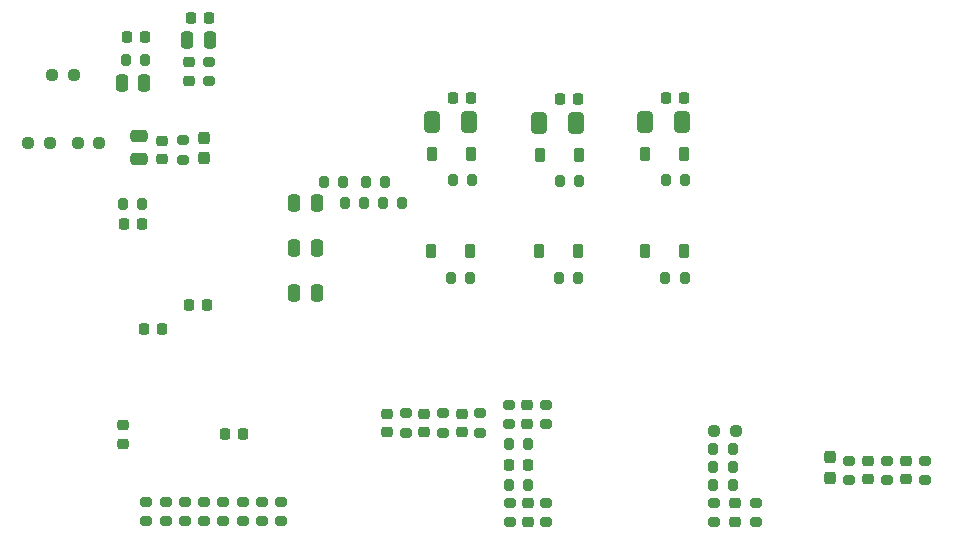
<source format=gbr>
%TF.GenerationSoftware,KiCad,Pcbnew,8.0.3-rc1*%
%TF.CreationDate,2024-06-29T16:34:31+08:00*%
%TF.ProjectId,MC_G431C8,4d435f47-3433-4314-9338-2e6b69636164,rev?*%
%TF.SameCoordinates,Original*%
%TF.FileFunction,Paste,Bot*%
%TF.FilePolarity,Positive*%
%FSLAX46Y46*%
G04 Gerber Fmt 4.6, Leading zero omitted, Abs format (unit mm)*
G04 Created by KiCad (PCBNEW 8.0.3-rc1) date 2024-06-29 16:34:31*
%MOMM*%
%LPD*%
G01*
G04 APERTURE LIST*
G04 Aperture macros list*
%AMRoundRect*
0 Rectangle with rounded corners*
0 $1 Rounding radius*
0 $2 $3 $4 $5 $6 $7 $8 $9 X,Y pos of 4 corners*
0 Add a 4 corners polygon primitive as box body*
4,1,4,$2,$3,$4,$5,$6,$7,$8,$9,$2,$3,0*
0 Add four circle primitives for the rounded corners*
1,1,$1+$1,$2,$3*
1,1,$1+$1,$4,$5*
1,1,$1+$1,$6,$7*
1,1,$1+$1,$8,$9*
0 Add four rect primitives between the rounded corners*
20,1,$1+$1,$2,$3,$4,$5,0*
20,1,$1+$1,$4,$5,$6,$7,0*
20,1,$1+$1,$6,$7,$8,$9,0*
20,1,$1+$1,$8,$9,$2,$3,0*%
G04 Aperture macros list end*
%ADD10RoundRect,0.200000X0.275000X-0.200000X0.275000X0.200000X-0.275000X0.200000X-0.275000X-0.200000X0*%
%ADD11RoundRect,0.225000X0.250000X-0.225000X0.250000X0.225000X-0.250000X0.225000X-0.250000X-0.225000X0*%
%ADD12RoundRect,0.250000X-0.475000X0.250000X-0.475000X-0.250000X0.475000X-0.250000X0.475000X0.250000X0*%
%ADD13RoundRect,0.250000X0.250000X0.475000X-0.250000X0.475000X-0.250000X-0.475000X0.250000X-0.475000X0*%
%ADD14RoundRect,0.200000X-0.275000X0.200000X-0.275000X-0.200000X0.275000X-0.200000X0.275000X0.200000X0*%
%ADD15RoundRect,0.225000X-0.225000X-0.250000X0.225000X-0.250000X0.225000X0.250000X-0.225000X0.250000X0*%
%ADD16RoundRect,0.200000X0.200000X0.275000X-0.200000X0.275000X-0.200000X-0.275000X0.200000X-0.275000X0*%
%ADD17RoundRect,0.250000X-0.412500X-0.650000X0.412500X-0.650000X0.412500X0.650000X-0.412500X0.650000X0*%
%ADD18RoundRect,0.225000X-0.225000X-0.375000X0.225000X-0.375000X0.225000X0.375000X-0.225000X0.375000X0*%
%ADD19RoundRect,0.237500X-0.250000X-0.237500X0.250000X-0.237500X0.250000X0.237500X-0.250000X0.237500X0*%
%ADD20RoundRect,0.225000X-0.250000X0.225000X-0.250000X-0.225000X0.250000X-0.225000X0.250000X0.225000X0*%
%ADD21RoundRect,0.225000X0.225000X0.250000X-0.225000X0.250000X-0.225000X-0.250000X0.225000X-0.250000X0*%
%ADD22RoundRect,0.237500X0.237500X-0.287500X0.237500X0.287500X-0.237500X0.287500X-0.237500X-0.287500X0*%
%ADD23RoundRect,0.200000X-0.200000X-0.275000X0.200000X-0.275000X0.200000X0.275000X-0.200000X0.275000X0*%
%ADD24RoundRect,0.237500X0.250000X0.237500X-0.250000X0.237500X-0.250000X-0.237500X0.250000X-0.237500X0*%
%ADD25RoundRect,0.237500X-0.237500X0.287500X-0.237500X-0.287500X0.237500X-0.287500X0.237500X0.287500X0*%
G04 APERTURE END LIST*
D10*
%TO.C,R41*%
X152095500Y-98296063D03*
X152095500Y-96646063D03*
%TD*%
D11*
%TO.C,C38*%
X141843600Y-98961000D03*
X141843600Y-97411000D03*
%TD*%
D12*
%TO.C,C6*%
X117654706Y-73915000D03*
X117654706Y-75815000D03*
%TD*%
D13*
%TO.C,C13*%
X123649535Y-65766043D03*
X121749535Y-65766043D03*
%TD*%
D14*
%TO.C,R14*%
X184243615Y-101368000D03*
X184243615Y-103018000D03*
%TD*%
D15*
%TO.C,C26*%
X153336800Y-70746693D03*
X154886800Y-70746693D03*
%TD*%
D16*
%TO.C,R4*%
X134947000Y-77822000D03*
X133297000Y-77822000D03*
%TD*%
D10*
%TO.C,R45*%
X149047500Y-106606000D03*
X149047500Y-104956000D03*
%TD*%
%TO.C,R55*%
X119919857Y-106524000D03*
X119919857Y-104874000D03*
%TD*%
D16*
%TO.C,R30*%
X163903000Y-77651000D03*
X162253000Y-77651000D03*
%TD*%
D11*
%TO.C,C33*%
X150518888Y-98243612D03*
X150518888Y-96693612D03*
%TD*%
D17*
%TO.C,C27*%
X142481500Y-72742000D03*
X145606500Y-72742000D03*
%TD*%
D18*
%TO.C,D13*%
X160554340Y-83664000D03*
X163854340Y-83664000D03*
%TD*%
D11*
%TO.C,C16*%
X116342000Y-99933000D03*
X116342000Y-98383000D03*
%TD*%
D19*
%TO.C,R1*%
X108317500Y-74520000D03*
X110142500Y-74520000D03*
%TD*%
D10*
%TO.C,R37*%
X169875500Y-106606000D03*
X169875500Y-104956000D03*
%TD*%
D20*
%TO.C,C37*%
X150571500Y-105006000D03*
X150571500Y-106556000D03*
%TD*%
D10*
%TO.C,R49*%
X129717000Y-106524000D03*
X129717000Y-104874000D03*
%TD*%
D14*
%TO.C,R39*%
X148970349Y-96633476D03*
X148970349Y-98283476D03*
%TD*%
D16*
%TO.C,R35*%
X167943763Y-100351060D03*
X166293763Y-100351060D03*
%TD*%
D18*
%TO.C,D12*%
X160558000Y-75453000D03*
X163858000Y-75453000D03*
%TD*%
%TO.C,D10*%
X151591800Y-75489693D03*
X154891800Y-75489693D03*
%TD*%
D21*
%TO.C,C18*%
X119657000Y-90268000D03*
X118107000Y-90268000D03*
%TD*%
%TO.C,C32*%
X150571500Y-101780000D03*
X149021500Y-101780000D03*
%TD*%
D18*
%TO.C,D11*%
X151522000Y-83664000D03*
X154822000Y-83664000D03*
%TD*%
D11*
%TO.C,C36*%
X138694000Y-98961000D03*
X138694000Y-97411000D03*
%TD*%
D22*
%TO.C,D1*%
X176165540Y-102853000D03*
X176165540Y-101103000D03*
%TD*%
D14*
%TO.C,R47*%
X152095500Y-104956000D03*
X152095500Y-106606000D03*
%TD*%
D16*
%TO.C,R20*%
X145869000Y-77651000D03*
X144219000Y-77651000D03*
%TD*%
D13*
%TO.C,C22*%
X132720000Y-79600000D03*
X130820000Y-79600000D03*
%TD*%
D15*
%TO.C,C31*%
X162303000Y-70710000D03*
X163853000Y-70710000D03*
%TD*%
D10*
%TO.C,R2*%
X121408234Y-75910000D03*
X121408234Y-74260000D03*
%TD*%
%TO.C,R15*%
X177813155Y-103018000D03*
X177813155Y-101368000D03*
%TD*%
D18*
%TO.C,D9*%
X142524000Y-75453000D03*
X145824000Y-75453000D03*
%TD*%
D23*
%TO.C,R36*%
X166293763Y-101875060D03*
X167943763Y-101875060D03*
%TD*%
D16*
%TO.C,R16*%
X139964000Y-79600000D03*
X138314000Y-79600000D03*
%TD*%
D19*
%TO.C,R12*%
X110318260Y-68722330D03*
X112143260Y-68722330D03*
%TD*%
D15*
%TO.C,C29*%
X144269000Y-70710000D03*
X145819000Y-70710000D03*
%TD*%
D19*
%TO.C,R11*%
X112485000Y-74520000D03*
X114310000Y-74520000D03*
%TD*%
D21*
%TO.C,C17*%
X126515000Y-99158000D03*
X124965000Y-99158000D03*
%TD*%
D13*
%TO.C,C25*%
X132720000Y-87220000D03*
X130820000Y-87220000D03*
%TD*%
D16*
%TO.C,R3*%
X138503000Y-77822000D03*
X136853000Y-77822000D03*
%TD*%
D10*
%TO.C,R53*%
X123185571Y-106524000D03*
X123185571Y-104874000D03*
%TD*%
%TO.C,R44*%
X140268800Y-99011000D03*
X140268800Y-97361000D03*
%TD*%
D20*
%TO.C,C35*%
X168122131Y-105006000D03*
X168122131Y-106556000D03*
%TD*%
D10*
%TO.C,R42*%
X146568000Y-99011000D03*
X146568000Y-97361000D03*
%TD*%
D16*
%TO.C,R7*%
X118217781Y-67425705D03*
X116567781Y-67425705D03*
%TD*%
D10*
%TO.C,R50*%
X128084142Y-106524000D03*
X128084142Y-104874000D03*
%TD*%
D20*
%TO.C,C5*%
X119656470Y-74310000D03*
X119656470Y-75860000D03*
%TD*%
D21*
%TO.C,C8*%
X118226134Y-65537293D03*
X116676134Y-65537293D03*
%TD*%
D13*
%TO.C,C23*%
X132720000Y-83410000D03*
X130820000Y-83410000D03*
%TD*%
D21*
%TO.C,C12*%
X123639913Y-63886586D03*
X122089913Y-63886586D03*
%TD*%
D10*
%TO.C,R54*%
X121552714Y-106524000D03*
X121552714Y-104874000D03*
%TD*%
D13*
%TO.C,C9*%
X118120000Y-69440000D03*
X116220000Y-69440000D03*
%TD*%
D16*
%TO.C,R25*%
X154867000Y-85906000D03*
X153217000Y-85906000D03*
%TD*%
%TO.C,R18*%
X117967331Y-79626494D03*
X116317331Y-79626494D03*
%TD*%
D23*
%TO.C,R38*%
X148971500Y-100002000D03*
X150621500Y-100002000D03*
%TD*%
D11*
%TO.C,C15*%
X121940000Y-69205000D03*
X121940000Y-67655000D03*
%TD*%
D24*
%TO.C,R29*%
X168201263Y-98827060D03*
X166376263Y-98827060D03*
%TD*%
D21*
%TO.C,C24*%
X117917331Y-81360833D03*
X116367331Y-81360833D03*
%TD*%
D16*
%TO.C,R24*%
X154936800Y-77687693D03*
X153286800Y-77687693D03*
%TD*%
D10*
%TO.C,R56*%
X118287000Y-106524000D03*
X118287000Y-104874000D03*
%TD*%
D16*
%TO.C,R31*%
X163899340Y-85906000D03*
X162249340Y-85906000D03*
%TD*%
D15*
%TO.C,C19*%
X121904000Y-88204000D03*
X123454000Y-88204000D03*
%TD*%
D14*
%TO.C,R43*%
X166368763Y-104956000D03*
X166368763Y-106606000D03*
%TD*%
D10*
%TO.C,R51*%
X126451285Y-106524000D03*
X126451285Y-104874000D03*
%TD*%
D23*
%TO.C,R46*%
X148976378Y-103478775D03*
X150626378Y-103478775D03*
%TD*%
D14*
%TO.C,R13*%
X181028385Y-101368000D03*
X181028385Y-103018000D03*
%TD*%
D16*
%TO.C,R17*%
X136725000Y-79600000D03*
X135075000Y-79600000D03*
%TD*%
D18*
%TO.C,D8*%
X142378000Y-83664000D03*
X145678000Y-83664000D03*
%TD*%
D17*
%TO.C,C28*%
X160515500Y-72742000D03*
X163640500Y-72742000D03*
%TD*%
D10*
%TO.C,R10*%
X123635000Y-69255000D03*
X123635000Y-67605000D03*
%TD*%
D17*
%TO.C,C30*%
X151549300Y-72778693D03*
X154674300Y-72778693D03*
%TD*%
D10*
%TO.C,R48*%
X143418400Y-99011000D03*
X143418400Y-97361000D03*
%TD*%
D11*
%TO.C,C34*%
X144993200Y-98961000D03*
X144993200Y-97411000D03*
%TD*%
%TO.C,C1*%
X179420770Y-102968000D03*
X179420770Y-101418000D03*
%TD*%
D16*
%TO.C,R40*%
X167943763Y-103478775D03*
X166293763Y-103478775D03*
%TD*%
D25*
%TO.C,D4*%
X123200000Y-74040000D03*
X123200000Y-75790000D03*
%TD*%
D16*
%TO.C,R19*%
X145723000Y-85906000D03*
X144073000Y-85906000D03*
%TD*%
D11*
%TO.C,C2*%
X182636000Y-102968000D03*
X182636000Y-101418000D03*
%TD*%
D10*
%TO.C,R52*%
X124818428Y-106524000D03*
X124818428Y-104874000D03*
%TD*%
M02*

</source>
